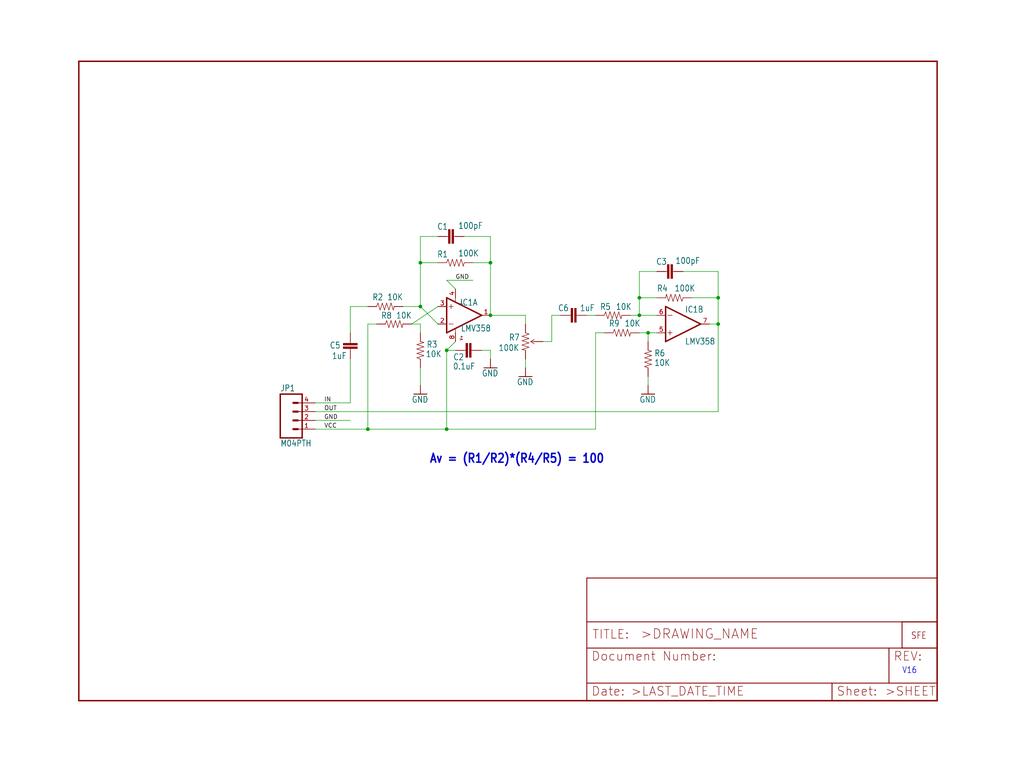
<source format=kicad_sch>
(kicad_sch (version 20211123) (generator eeschema)
  (paper "User" 297.002 223.926)
  (lib_symbols
    (symbol "eagleSchem-eagle-import:CAP0402-CAP"
      (property "Reference" "C" (at 1.524 2.921 0))
      (property "Value" "CAP0402-CAP" (at 1.524 -2.159 0))
      (symbol "CAP0402-CAP_1_0"
        (rectangle (start -2.032 0.508) (end 2.032 1.016) (fill (type outline)))
        (rectangle (start -2.032 1.524) (end 2.032 2.032) (fill (type outline)))
        (polyline (pts (xy 0 0) (xy 0 0.508)) (stroke (width 0.1524)))
        (polyline (pts (xy 0 2.54) (xy 0 2.032)) (stroke (width 0.1524)))
        (pin passive line (at 0 5.08 270) (length 2.54) (name "1") (number "1"))
        (pin passive line (at 0 -2.54 90) (length 2.54) (name "2") (number "2"))
      )
    )
    (symbol "eagleSchem-eagle-import:FRAME-LETTER"
      (symbol "FRAME-LETTER_1_0"
        (polyline (pts (xy 0 0) (xy 248.92 0)) (stroke (width 0.4064)))
        (polyline (pts (xy 0 185.42) (xy 0 0)) (stroke (width 0.4064)))
        (polyline (pts (xy 0 185.42) (xy 248.92 185.42)) (stroke (width 0.4064)))
        (polyline (pts (xy 248.92 185.42) (xy 248.92 0)) (stroke (width 0.4064)))
      )
      (symbol "FRAME-LETTER_2_0"
        (polyline (pts (xy 0 0) (xy 0 5.08)) (stroke (width 0.254)))
        (polyline (pts (xy 0 0) (xy 71.12 0)) (stroke (width 0.254)))
        (polyline (pts (xy 0 5.08) (xy 0 15.24)) (stroke (width 0.254)))
        (polyline (pts (xy 0 5.08) (xy 71.12 5.08)) (stroke (width 0.254)))
        (polyline (pts (xy 0 15.24) (xy 0 22.86)) (stroke (width 0.254)))
        (polyline (pts (xy 0 22.86) (xy 0 35.56)) (stroke (width 0.254)))
        (polyline (pts (xy 0 22.86) (xy 101.6 22.86)) (stroke (width 0.254)))
        (polyline (pts (xy 71.12 0) (xy 101.6 0)) (stroke (width 0.254)))
        (polyline (pts (xy 71.12 5.08) (xy 71.12 0)) (stroke (width 0.254)))
        (polyline (pts (xy 71.12 5.08) (xy 87.63 5.08)) (stroke (width 0.254)))
        (polyline (pts (xy 87.63 5.08) (xy 101.6 5.08)) (stroke (width 0.254)))
        (polyline (pts (xy 87.63 15.24) (xy 0 15.24)) (stroke (width 0.254)))
        (polyline (pts (xy 87.63 15.24) (xy 87.63 5.08)) (stroke (width 0.254)))
        (polyline (pts (xy 101.6 5.08) (xy 101.6 0)) (stroke (width 0.254)))
        (polyline (pts (xy 101.6 15.24) (xy 87.63 15.24)) (stroke (width 0.254)))
        (polyline (pts (xy 101.6 15.24) (xy 101.6 5.08)) (stroke (width 0.254)))
        (polyline (pts (xy 101.6 22.86) (xy 101.6 15.24)) (stroke (width 0.254)))
        (polyline (pts (xy 101.6 35.56) (xy 0 35.56)) (stroke (width 0.254)))
        (polyline (pts (xy 101.6 35.56) (xy 101.6 22.86)) (stroke (width 0.254)))
        (text ">DRAWING_NAME" (at 15.494 17.78 0) (effects (font (size 2.7432 2.7432)) (justify left bottom)))
        (text ">LAST_DATE_TIME" (at 12.7 1.27 0) (effects (font (size 2.54 2.54)) (justify left bottom)))
        (text ">SHEET" (at 86.36 1.27 0) (effects (font (size 2.54 2.54)) (justify left bottom)))
        (text "Date:" (at 1.27 1.27 0) (effects (font (size 2.54 2.54)) (justify left bottom)))
        (text "Document Number:" (at 1.27 11.43 0) (effects (font (size 2.54 2.54)) (justify left bottom)))
        (text "REV:" (at 88.9 11.43 0) (effects (font (size 2.54 2.54)) (justify left bottom)))
        (text "Sheet:" (at 72.39 1.27 0) (effects (font (size 2.54 2.54)) (justify left bottom)))
        (text "TITLE:" (at 1.524 17.78 0) (effects (font (size 2.54 2.54)) (justify left bottom)))
      )
    )
    (symbol "eagleSchem-eagle-import:GND" (power)
      (property "Value" "GND" (at -2.54 -2.54 0))
      (symbol "GND_1_0"
        (polyline (pts (xy -1.905 0) (xy 1.905 0)) (stroke (width 0.254)))
        (pin power_in line (at 0 2.54 270) (length 2.54) (name "GND") (number "1"))
      )
    )
    (symbol "eagleSchem-eagle-import:LOGO-SFENEW"
      (symbol "LOGO-SFENEW_1_0"
        (polyline (pts (xy -2.54 -2.54) (xy 7.62 -2.54)) (stroke (width 0.254)))
        (polyline (pts (xy -2.54 5.08) (xy -2.54 -2.54)) (stroke (width 0.254)))
        (polyline (pts (xy 7.62 -2.54) (xy 7.62 5.08)) (stroke (width 0.254)))
        (polyline (pts (xy 7.62 5.08) (xy -2.54 5.08)) (stroke (width 0.254)))
        (text "SFE" (at 0 0 0) (effects (font (size 1.9304 1.6408)) (justify left bottom)))
      )
    )
    (symbol "eagleSchem-eagle-import:M04PTH"
      (property "Reference" "JP" (at -5.08 8.382 0))
      (property "Value" "M04PTH" (at -5.08 -7.62 0))
      (symbol "M04PTH_1_0"
        (polyline (pts (xy -5.08 7.62) (xy -5.08 -5.08)) (stroke (width 0.4064)))
        (polyline (pts (xy -5.08 7.62) (xy 1.27 7.62)) (stroke (width 0.4064)))
        (polyline (pts (xy -1.27 -2.54) (xy 0 -2.54)) (stroke (width 0.6096)))
        (polyline (pts (xy -1.27 0) (xy 0 0)) (stroke (width 0.6096)))
        (polyline (pts (xy -1.27 2.54) (xy 0 2.54)) (stroke (width 0.6096)))
        (polyline (pts (xy -1.27 5.08) (xy 0 5.08)) (stroke (width 0.6096)))
        (polyline (pts (xy 1.27 -5.08) (xy -5.08 -5.08)) (stroke (width 0.4064)))
        (polyline (pts (xy 1.27 -5.08) (xy 1.27 7.62)) (stroke (width 0.4064)))
        (pin passive line (at 5.08 -2.54 180) (length 5.08) (name "1") (number "1"))
        (pin passive line (at 5.08 0 180) (length 5.08) (name "2") (number "2"))
        (pin passive line (at 5.08 2.54 180) (length 5.08) (name "3") (number "3"))
        (pin passive line (at 5.08 5.08 180) (length 5.08) (name "4") (number "4"))
      )
    )
    (symbol "eagleSchem-eagle-import:OPAMP-DUALU"
      (property "Reference" "IC" (at 2.54 5.715 0))
      (property "Value" "OPAMP-DUALU" (at 2.54 -5.08 0))
      (symbol "OPAMP-DUALU_1_0"
        (polyline (pts (xy -2.54 -5.08) (xy -2.54 5.08)) (stroke (width 0.4064)))
        (polyline (pts (xy -2.54 5.08) (xy 7.62 0)) (stroke (width 0.4064)))
        (polyline (pts (xy -1.905 -2.54) (xy -0.635 -2.54)) (stroke (width 0.1524)))
        (polyline (pts (xy -1.905 2.54) (xy -0.635 2.54)) (stroke (width 0.1524)))
        (polyline (pts (xy -1.27 -3.175) (xy -1.27 -1.905)) (stroke (width 0.1524)))
        (polyline (pts (xy 0 -5.08) (xy 0 -3.8862)) (stroke (width 0.1524)))
        (polyline (pts (xy 0 3.9116) (xy 0 5.08)) (stroke (width 0.1524)))
        (polyline (pts (xy 7.62 0) (xy -2.54 -5.08)) (stroke (width 0.4064)))
        (text "V+" (at 1.27 5.715 900) (effects (font (size 0.8128 0.6908)) (justify left top)))
        (text "V-" (at 1.27 -4.445 900) (effects (font (size 0.8128 0.6908)) (justify left top)))
        (pin output line (at 10.16 0 180) (length 2.54) (name "OUT") (number "1"))
        (pin input line (at -5.08 2.54 0) (length 2.54) (name "-IN") (number "2"))
        (pin input line (at -5.08 -2.54 0) (length 2.54) (name "+IN") (number "3"))
        (pin power_in line (at 0 -7.62 90) (length 2.54) (name "V-") (number "4"))
        (pin power_in line (at 0 7.62 270) (length 2.54) (name "V+") (number "8"))
      )
      (symbol "OPAMP-DUALU_2_0"
        (polyline (pts (xy -5.08 -5.08) (xy 5.08 0)) (stroke (width 0.4064)))
        (polyline (pts (xy -5.08 5.08) (xy -5.08 -5.08)) (stroke (width 0.4064)))
        (polyline (pts (xy -4.445 -2.54) (xy -3.175 -2.54)) (stroke (width 0.1524)))
        (polyline (pts (xy -4.445 2.54) (xy -3.175 2.54)) (stroke (width 0.1524)))
        (polyline (pts (xy -3.81 3.175) (xy -3.81 1.905)) (stroke (width 0.1524)))
        (polyline (pts (xy 5.08 0) (xy -5.08 5.08)) (stroke (width 0.4064)))
        (pin input line (at -7.62 2.54 0) (length 2.54) (name "+IN") (number "5"))
        (pin input line (at -7.62 -2.54 0) (length 2.54) (name "-IN") (number "6"))
        (pin output line (at 7.62 0 180) (length 2.54) (name "OUT") (number "7"))
      )
    )
    (symbol "eagleSchem-eagle-import:RESISTOR0402"
      (property "Reference" "R" (at -3.81 1.4986 0))
      (property "Value" "RESISTOR0402" (at -3.81 -3.302 0))
      (symbol "RESISTOR0402_1_0"
        (polyline (pts (xy -2.54 0) (xy -2.159 1.016)) (stroke (width 0.1524)))
        (polyline (pts (xy -2.159 1.016) (xy -1.524 -1.016)) (stroke (width 0.1524)))
        (polyline (pts (xy -1.524 -1.016) (xy -0.889 1.016)) (stroke (width 0.1524)))
        (polyline (pts (xy -0.889 1.016) (xy -0.254 -1.016)) (stroke (width 0.1524)))
        (polyline (pts (xy -0.254 -1.016) (xy 0.381 1.016)) (stroke (width 0.1524)))
        (polyline (pts (xy 0.381 1.016) (xy 1.016 -1.016)) (stroke (width 0.1524)))
        (polyline (pts (xy 1.016 -1.016) (xy 1.651 1.016)) (stroke (width 0.1524)))
        (polyline (pts (xy 1.651 1.016) (xy 2.286 -1.016)) (stroke (width 0.1524)))
        (polyline (pts (xy 2.286 -1.016) (xy 2.54 0)) (stroke (width 0.1524)))
        (pin passive line (at -5.08 0 0) (length 2.54) (name "1") (number "1"))
        (pin passive line (at 5.08 0 180) (length 2.54) (name "2") (number "2"))
      )
    )
    (symbol "eagleSchem-eagle-import:RESISTOR0402-RES"
      (property "Reference" "R" (at -3.81 1.4986 0))
      (property "Value" "RESISTOR0402-RES" (at -3.81 -3.302 0))
      (symbol "RESISTOR0402-RES_1_0"
        (polyline (pts (xy -2.54 0) (xy -2.159 1.016)) (stroke (width 0.1524)))
        (polyline (pts (xy -2.159 1.016) (xy -1.524 -1.016)) (stroke (width 0.1524)))
        (polyline (pts (xy -1.524 -1.016) (xy -0.889 1.016)) (stroke (width 0.1524)))
        (polyline (pts (xy -0.889 1.016) (xy -0.254 -1.016)) (stroke (width 0.1524)))
        (polyline (pts (xy -0.254 -1.016) (xy 0.381 1.016)) (stroke (width 0.1524)))
        (polyline (pts (xy 0.381 1.016) (xy 1.016 -1.016)) (stroke (width 0.1524)))
        (polyline (pts (xy 1.016 -1.016) (xy 1.651 1.016)) (stroke (width 0.1524)))
        (polyline (pts (xy 1.651 1.016) (xy 2.286 -1.016)) (stroke (width 0.1524)))
        (polyline (pts (xy 2.286 -1.016) (xy 2.54 0)) (stroke (width 0.1524)))
        (pin passive line (at -5.08 0 0) (length 2.54) (name "1") (number "1"))
        (pin passive line (at 5.08 0 180) (length 2.54) (name "2") (number "2"))
      )
    )
    (symbol "eagleSchem-eagle-import:TRIMPOTSMD"
      (property "Reference" "R" (at -11.43 1.4986 0))
      (property "Value" "TRIMPOTSMD" (at -3.81 -3.302 0))
      (symbol "TRIMPOTSMD_1_0"
        (polyline (pts (xy -2.54 0) (xy -2.159 1.016)) (stroke (width 0.1524)))
        (polyline (pts (xy -2.159 1.016) (xy -1.524 -1.016)) (stroke (width 0.1524)))
        (polyline (pts (xy -1.524 -1.016) (xy -0.889 1.016)) (stroke (width 0.1524)))
        (polyline (pts (xy -0.889 1.016) (xy -0.254 -1.016)) (stroke (width 0.1524)))
        (polyline (pts (xy -0.635 2.54) (xy 0 1.524)) (stroke (width 0.1524)))
        (polyline (pts (xy -0.254 -1.016) (xy 0.381 1.016)) (stroke (width 0.1524)))
        (polyline (pts (xy 0 1.524) (xy 0.635 2.54)) (stroke (width 0.1524)))
        (polyline (pts (xy 0 2.54) (xy 0 1.524)) (stroke (width 0.1524)))
        (polyline (pts (xy 0.381 1.016) (xy 1.016 -1.016)) (stroke (width 0.1524)))
        (polyline (pts (xy 1.016 -1.016) (xy 1.651 1.016)) (stroke (width 0.1524)))
        (polyline (pts (xy 1.651 1.016) (xy 2.286 -1.016)) (stroke (width 0.1524)))
        (polyline (pts (xy 2.286 -1.016) (xy 2.54 0)) (stroke (width 0.1524)))
        (pin passive line (at -5.08 0 0) (length 2.54) (name "CCW") (number "1"))
        (pin passive line (at 0 5.08 270) (length 2.54) (name "WIPER") (number "2"))
        (pin passive line (at 5.08 0 180) (length 2.54) (name "CW") (number "3"))
      )
    )
  )
  (junction (at 185.42 91.44))
  (junction (at 106.68 124.46))
  (junction (at 208.28 86.36))
  (junction (at 129.54 124.46))
  (junction (at 129.54 101.6))
  (junction (at 208.28 93.98))
  (junction (at 187.96 96.52))
  (junction (at 121.92 76.2))
  (junction (at 142.24 91.44))
  (junction (at 142.24 76.2))
  (junction (at 185.42 86.36))
  (junction (at 121.92 88.9))
  (wire (pts (xy 208.28 78.74) (xy 208.28 86.36)))
  (wire (pts (xy 121.92 106.68) (xy 121.92 111.76)))
  (wire (pts (xy 162.56 91.44) (xy 160.02 91.44)))
  (wire (pts (xy 172.72 96.52) (xy 172.72 124.46)))
  (wire (pts (xy 121.92 68.58) (xy 121.92 76.2)))
  (wire (pts (xy 137.16 76.2) (xy 142.24 76.2)))
  (wire (pts (xy 139.7 101.6) (xy 142.24 101.6)))
  (wire (pts (xy 91.44 116.84) (xy 101.6 116.84)))
  (wire (pts (xy 101.6 96.52) (xy 101.6 88.9)))
  (wire (pts (xy 182.88 91.44) (xy 185.42 91.44)))
  (wire (pts (xy 170.18 91.44) (xy 172.72 91.44)))
  (wire (pts (xy 152.4 104.14) (xy 152.4 106.68)))
  (wire (pts (xy 200.66 86.36) (xy 208.28 86.36)))
  (wire (pts (xy 190.5 78.74) (xy 185.42 78.74)))
  (wire (pts (xy 185.42 96.52) (xy 187.96 96.52)))
  (wire (pts (xy 185.42 78.74) (xy 185.42 86.36)))
  (wire (pts (xy 187.96 109.22) (xy 187.96 111.76)))
  (wire (pts (xy 160.02 91.44) (xy 160.02 99.06)))
  (wire (pts (xy 190.5 86.36) (xy 185.42 86.36)))
  (wire (pts (xy 185.42 91.44) (xy 190.5 91.44)))
  (wire (pts (xy 172.72 124.46) (xy 129.54 124.46)))
  (wire (pts (xy 132.08 101.6) (xy 129.54 101.6)))
  (wire (pts (xy 106.68 124.46) (xy 91.44 124.46)))
  (wire (pts (xy 127 68.58) (xy 121.92 68.58)))
  (wire (pts (xy 152.4 91.44) (xy 142.24 91.44)))
  (wire (pts (xy 91.44 121.92) (xy 101.6 121.92)))
  (wire (pts (xy 208.28 119.38) (xy 208.28 93.98)))
  (wire (pts (xy 132.08 83.82) (xy 129.54 81.28)))
  (wire (pts (xy 142.24 76.2) (xy 142.24 91.44)))
  (wire (pts (xy 121.92 96.52) (xy 121.92 93.98)))
  (wire (pts (xy 121.92 76.2) (xy 121.92 88.9)))
  (wire (pts (xy 175.26 96.52) (xy 172.72 96.52)))
  (wire (pts (xy 185.42 86.36) (xy 185.42 91.44)))
  (wire (pts (xy 187.96 96.52) (xy 187.96 99.06)))
  (wire (pts (xy 208.28 119.38) (xy 91.44 119.38)))
  (wire (pts (xy 129.54 101.6) (xy 129.54 124.46)))
  (wire (pts (xy 129.54 124.46) (xy 106.68 124.46)))
  (wire (pts (xy 121.92 93.98) (xy 119.38 93.98)))
  (wire (pts (xy 208.28 86.36) (xy 208.28 93.98)))
  (wire (pts (xy 101.6 88.9) (xy 106.68 88.9)))
  (wire (pts (xy 129.54 81.28) (xy 137.16 81.28)))
  (wire (pts (xy 208.28 93.98) (xy 205.74 93.98)))
  (wire (pts (xy 198.12 78.74) (xy 208.28 78.74)))
  (wire (pts (xy 129.54 101.6) (xy 132.08 99.06)))
  (wire (pts (xy 101.6 116.84) (xy 101.6 104.14)))
  (wire (pts (xy 116.84 88.9) (xy 121.92 88.9)))
  (wire (pts (xy 121.92 88.9) (xy 127 93.98)))
  (wire (pts (xy 142.24 68.58) (xy 142.24 76.2)))
  (wire (pts (xy 106.68 93.98) (xy 106.68 124.46)))
  (wire (pts (xy 190.5 96.52) (xy 187.96 96.52)))
  (wire (pts (xy 160.02 99.06) (xy 157.48 99.06)))
  (wire (pts (xy 109.22 93.98) (xy 106.68 93.98)))
  (wire (pts (xy 134.62 68.58) (xy 142.24 68.58)))
  (wire (pts (xy 119.38 93.98) (xy 127 88.9)))
  (wire (pts (xy 127 76.2) (xy 121.92 76.2)))
  (wire (pts (xy 142.24 101.6) (xy 142.24 104.14)))
  (wire (pts (xy 152.4 93.98) (xy 152.4 91.44)))
  (text "Av = (R1/R2)*(R4/R5) = 100" (at 124.46 134.62 180) (effects (font (size 2.54 2.159) (thickness 0.4318) bold) (justify left bottom)))
  (text "V16" (at 261.62 195.58 180) (effects (font (size 1.778 1.5113)) (justify left bottom)))
  (label "IN" (at 93.98 116.84 0) (effects (font (size 1.2446 1.2446))))
  (label "GND" (at 132.08 81.28 0) (effects (font (size 1.2446 1.2446))))
  (label "VCC" (at 93.98 124.46 0) (effects (font (size 1.2446 1.2446))))
  (label "OUT" (at 93.98 119.38 0) (effects (font (size 1.2446 1.2446))))
  (label "GND" (at 93.98 121.92 0) (effects (font (size 1.2446 1.2446))))
  (symbol (lib_id "eagleSchem-eagle-import:RESISTOR0402-RES") (at 111.76 88.9 0) (unit 1)
    (property "Reference" "R2" (at 107.95 87.1474 0) (effects (font (size 1.778 1.5113)) (justify left bottom)))
    (property "Value" "10K" (at 112.268 87.122 0) (effects (font (size 1.778 1.5113)) (justify left bottom)))
    (property "Footprint" "eagleSchem:0402-RES" (effects hide))
  )
  (symbol (lib_id "eagleSchem-eagle-import:CAP0402-CAP") (at 165.1 91.44 270) (unit 1)
    (property "Reference" "C6" (at 161.798 90.297 90) (effects (font (size 1.778 1.5113)) (justify left bottom)))
    (property "Value" "1uF" (at 168.148 90.297 90) (effects (font (size 1.778 1.5113)) (justify left bottom)))
    (property "Footprint" "eagleSchem:0402-CAP" (effects hide))
  )
  (symbol (lib_id "eagleSchem-eagle-import:RESISTOR0402") (at 180.34 96.52 0) (unit 1)
    (property "Reference" "R9" (at 176.53 94.7674 0) (effects (font (size 1.778 1.5113)) (justify left bottom)))
    (property "Value" "10K" (at 181.102 94.742 0) (effects (font (size 1.778 1.5113)) (justify left bottom)))
    (property "Footprint" "eagleSchem:C0402" (effects hide))
  )
  (symbol (lib_id "eagleSchem-eagle-import:LOGO-SFENEW") (at 264.16 185.42 0) (unit 1)
    (property "Reference" "U$3" (effects hide))
    (property "Value" "LOGO-SFENEW" (effects hide))
    (property "Footprint" "eagleSchem:SFE-NEW-WEBLOGO" (effects hide))
  )
  (symbol (lib_id "eagleSchem-eagle-import:OPAMP-DUALU") (at 132.08 91.44 0) (mirror x) (unit 1)
    (property "Reference" "IC1" (at 133.35 86.741 0) (effects (font (size 1.778 1.5113)) (justify left bottom)))
    (property "Value" "LMV358" (at 133.604 94.234 0) (effects (font (size 1.778 1.5113)) (justify left bottom)))
    (property "Footprint" "eagleSchem:SO08" (effects hide))
  )
  (symbol (lib_id "eagleSchem-eagle-import:M04PTH") (at 86.36 121.92 0) (unit 1)
    (property "Reference" "JP1" (at 81.28 113.538 0) (effects (font (size 1.778 1.5113)) (justify left bottom)))
    (property "Value" "M04PTH" (at 81.28 129.54 0) (effects (font (size 1.778 1.5113)) (justify left bottom)))
    (property "Footprint" "eagleSchem:1X04" (effects hide))
  )
  (symbol (lib_id "eagleSchem-eagle-import:CAP0402-CAP") (at 137.16 101.6 90) (mirror x) (unit 1)
    (property "Reference" "C2" (at 134.62 104.521 90) (effects (font (size 1.778 1.5113)) (justify left bottom)))
    (property "Value" "0.1uF" (at 131.318 105.283 90) (effects (font (size 1.778 1.5113)) (justify right top)))
    (property "Footprint" "eagleSchem:0402-CAP" (effects hide))
  )
  (symbol (lib_id "eagleSchem-eagle-import:GND") (at 121.92 114.3 0) (unit 1)
    (property "Reference" "#GND2" (effects hide))
    (property "Value" "GND" (at 119.38 116.84 0) (effects (font (size 1.778 1.5113)) (justify left bottom)))
    (property "Footprint" "eagleSchem:" (effects hide))
  )
  (symbol (lib_id "eagleSchem-eagle-import:RESISTOR0402") (at 114.3 93.98 0) (unit 1)
    (property "Reference" "R8" (at 110.49 92.4814 0) (effects (font (size 1.778 1.5113)) (justify left bottom)))
    (property "Value" "10K" (at 114.808 92.456 0) (effects (font (size 1.778 1.5113)) (justify left bottom)))
    (property "Footprint" "eagleSchem:C0402" (effects hide))
  )
  (symbol (lib_id "eagleSchem-eagle-import:RESISTOR0402-RES") (at 187.96 104.14 90) (unit 1)
    (property "Reference" "R6" (at 189.738 103.4034 90) (effects (font (size 1.778 1.5113)) (justify right top)))
    (property "Value" "10K" (at 189.738 106.172 90) (effects (font (size 1.778 1.5113)) (justify right top)))
    (property "Footprint" "eagleSchem:0402-RES" (effects hide))
  )
  (symbol (lib_id "eagleSchem-eagle-import:GND") (at 152.4 109.22 0) (unit 1)
    (property "Reference" "#GND1" (effects hide))
    (property "Value" "GND" (at 149.86 111.76 0) (effects (font (size 1.778 1.5113)) (justify left bottom)))
    (property "Footprint" "eagleSchem:" (effects hide))
  )
  (symbol (lib_id "eagleSchem-eagle-import:OPAMP-DUALU") (at 198.12 93.98 0) (mirror x) (unit 2)
    (property "Reference" "IC1" (at 198.628 88.773 0) (effects (font (size 1.778 1.5113)) (justify left bottom)))
    (property "Value" "LMV358" (at 198.628 98.044 0) (effects (font (size 1.778 1.5113)) (justify left bottom)))
    (property "Footprint" "eagleSchem:SO08" (effects hide))
  )
  (symbol (lib_id "eagleSchem-eagle-import:TRIMPOTSMD") (at 152.4 99.06 270) (unit 1)
    (property "Reference" "R7" (at 147.574 98.8314 90) (effects (font (size 1.778 1.5113)) (justify left bottom)))
    (property "Value" "100K" (at 144.526 101.854 90) (effects (font (size 1.778 1.5113)) (justify left bottom)))
    (property "Footprint" "eagleSchem:TRIMPOT-3MM" (effects hide))
  )
  (symbol (lib_id "eagleSchem-eagle-import:RESISTOR0402-RES") (at 121.92 101.6 90) (unit 1)
    (property "Reference" "R3" (at 123.698 100.8634 90) (effects (font (size 1.778 1.5113)) (justify right top)))
    (property "Value" "10K" (at 123.444 103.632 90) (effects (font (size 1.778 1.5113)) (justify right top)))
    (property "Footprint" "eagleSchem:0402-RES" (effects hide))
  )
  (symbol (lib_id "eagleSchem-eagle-import:CAP0402-CAP") (at 195.58 78.74 90) (unit 1)
    (property "Reference" "C3" (at 190.246 76.835 90) (effects (font (size 1.778 1.5113)) (justify right top)))
    (property "Value" "100pF" (at 195.834 76.581 90) (effects (font (size 1.778 1.5113)) (justify right top)))
    (property "Footprint" "eagleSchem:0402-CAP" (effects hide))
  )
  (symbol (lib_id "eagleSchem-eagle-import:GND") (at 142.24 106.68 0) (unit 1)
    (property "Reference" "#GND3" (effects hide))
    (property "Value" "GND" (at 139.7 109.22 0) (effects (font (size 1.778 1.5113)) (justify left bottom)))
    (property "Footprint" "eagleSchem:" (effects hide))
  )
  (symbol (lib_id "eagleSchem-eagle-import:CAP0402-CAP") (at 101.6 99.06 180) (unit 1)
    (property "Reference" "C5" (at 98.806 99.187 0) (effects (font (size 1.778 1.5113)) (justify left bottom)))
    (property "Value" "1uF" (at 100.584 102.235 0) (effects (font (size 1.778 1.5113)) (justify left bottom)))
    (property "Footprint" "eagleSchem:0402-CAP" (effects hide))
  )
  (symbol (lib_id "eagleSchem-eagle-import:GND") (at 187.96 114.3 0) (unit 1)
    (property "Reference" "#GND6" (effects hide))
    (property "Value" "GND" (at 185.42 116.84 0) (effects (font (size 1.778 1.5113)) (justify left bottom)))
    (property "Footprint" "eagleSchem:" (effects hide))
  )
  (symbol (lib_id "eagleSchem-eagle-import:CAP0402-CAP") (at 132.08 68.58 90) (unit 1)
    (property "Reference" "C1" (at 126.746 66.675 90) (effects (font (size 1.778 1.5113)) (justify right top)))
    (property "Value" "100pF" (at 132.842 66.421 90) (effects (font (size 1.778 1.5113)) (justify right top)))
    (property "Footprint" "eagleSchem:0402-CAP" (effects hide))
  )
  (symbol (lib_id "eagleSchem-eagle-import:RESISTOR0402-RES") (at 177.8 91.44 0) (unit 1)
    (property "Reference" "R5" (at 173.99 89.9414 0) (effects (font (size 1.778 1.5113)) (justify left bottom)))
    (property "Value" "10K" (at 178.562 89.916 0) (effects (font (size 1.778 1.5113)) (justify left bottom)))
    (property "Footprint" "eagleSchem:0402-RES" (effects hide))
  )
  (symbol (lib_id "eagleSchem-eagle-import:FRAME-LETTER") (at 22.86 203.2 0) (unit 1)
    (property "Reference" "#FRAME1" (effects hide))
    (property "Value" "FRAME-LETTER" (effects hide))
    (property "Footprint" "eagleSchem:" (effects hide))
  )
  (symbol (lib_id "eagleSchem-eagle-import:FRAME-LETTER") (at 170.18 203.2 0) (unit 2)
    (property "Reference" "#FRAME1" (effects hide))
    (property "Value" "FRAME-LETTER" (effects hide))
    (property "Footprint" "eagleSchem:" (effects hide))
  )
  (symbol (lib_id "eagleSchem-eagle-import:RESISTOR0402-RES") (at 132.08 76.2 0) (unit 1)
    (property "Reference" "R1" (at 126.746 74.7014 0) (effects (font (size 1.778 1.5113)) (justify left bottom)))
    (property "Value" "100K" (at 132.842 74.422 0) (effects (font (size 1.778 1.5113)) (justify left bottom)))
    (property "Footprint" "eagleSchem:0402-RES" (effects hide))
  )
  (symbol (lib_id "eagleSchem-eagle-import:RESISTOR0402-RES") (at 195.58 86.36 180) (unit 1)
    (property "Reference" "R4" (at 190.5 84.6074 0) (effects (font (size 1.778 1.5113)) (justify right top)))
    (property "Value" "100K" (at 195.58 84.582 0) (effects (font (size 1.778 1.5113)) (justify right top)))
    (property "Footprint" "eagleSchem:0402-RES" (effects hide))
  )
)
</source>
